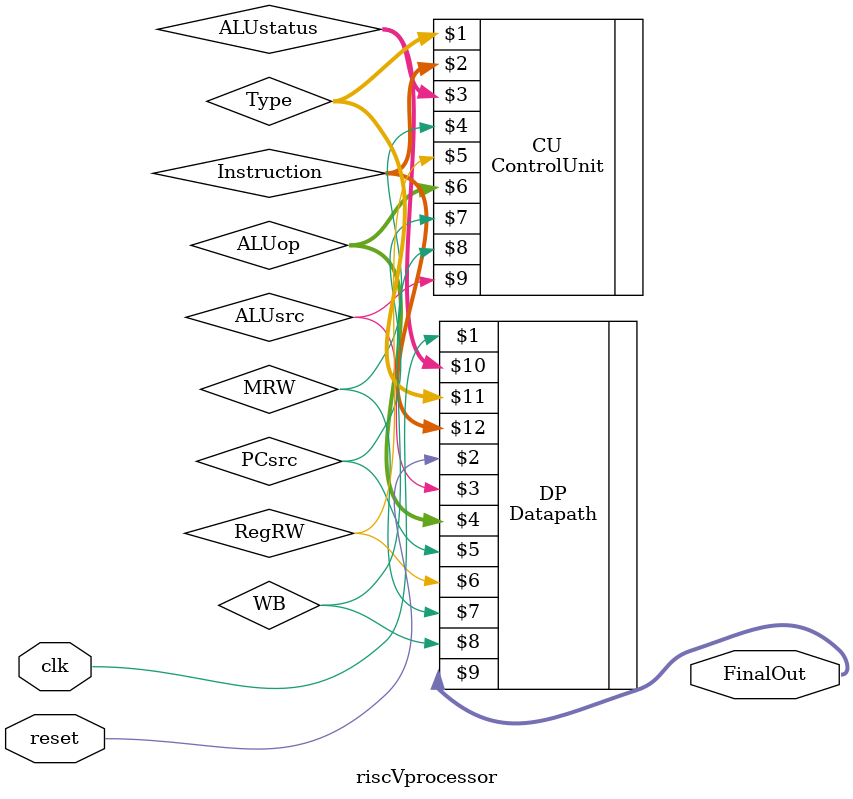
<source format=v>
module riscVprocessor(clk,reset,FinalOut);
input clk;
input reset;
output[31:0] FinalOut;

wire MRW, RegRW, PCsrc, WB, ALUsrc;
wire [2:0]ALUop;
wire [3:0] ALUstatus;
wire [1:0]Type;
wire [31:0] Instruction;



Datapath DP(clk,reset,ALUsrc,ALUop,PCsrc,RegRW,MRW,WB,FinalOut,ALUstatus,Type,Instruction);

ControlUnit CU(Type, Instruction, ALUstatus,MRW,RegRW,ALUop,PCsrc,WB,ALUsrc);


endmodule

</source>
